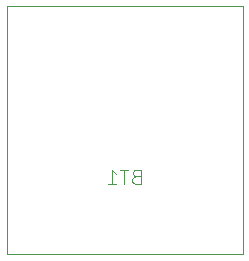
<source format=gbr>
%TF.GenerationSoftware,KiCad,Pcbnew,9.0.6*%
%TF.CreationDate,2025-12-10T19:47:49+00:00*%
%TF.ProjectId,GettingToBlinky5.0,47657474-696e-4675-946f-426c696e6b79,rev?*%
%TF.SameCoordinates,Original*%
%TF.FileFunction,Legend,Bot*%
%TF.FilePolarity,Positive*%
%FSLAX46Y46*%
G04 Gerber Fmt 4.6, Leading zero omitted, Abs format (unit mm)*
G04 Created by KiCad (PCBNEW 9.0.6) date 2025-12-10 19:47:49*
%MOMM*%
%LPD*%
G01*
G04 APERTURE LIST*
%ADD10C,0.100000*%
G04 APERTURE END LIST*
D10*
X146442856Y-97921371D02*
X146271428Y-97978514D01*
X146271428Y-97978514D02*
X146214285Y-98035657D01*
X146214285Y-98035657D02*
X146157142Y-98149942D01*
X146157142Y-98149942D02*
X146157142Y-98321371D01*
X146157142Y-98321371D02*
X146214285Y-98435657D01*
X146214285Y-98435657D02*
X146271428Y-98492800D01*
X146271428Y-98492800D02*
X146385713Y-98549942D01*
X146385713Y-98549942D02*
X146842856Y-98549942D01*
X146842856Y-98549942D02*
X146842856Y-97349942D01*
X146842856Y-97349942D02*
X146442856Y-97349942D01*
X146442856Y-97349942D02*
X146328571Y-97407085D01*
X146328571Y-97407085D02*
X146271428Y-97464228D01*
X146271428Y-97464228D02*
X146214285Y-97578514D01*
X146214285Y-97578514D02*
X146214285Y-97692800D01*
X146214285Y-97692800D02*
X146271428Y-97807085D01*
X146271428Y-97807085D02*
X146328571Y-97864228D01*
X146328571Y-97864228D02*
X146442856Y-97921371D01*
X146442856Y-97921371D02*
X146842856Y-97921371D01*
X145814285Y-97349942D02*
X145128571Y-97349942D01*
X145471428Y-98549942D02*
X145471428Y-97349942D01*
X144099999Y-98549942D02*
X144785713Y-98549942D01*
X144442856Y-98549942D02*
X144442856Y-97349942D01*
X144442856Y-97349942D02*
X144557142Y-97521371D01*
X144557142Y-97521371D02*
X144671427Y-97635657D01*
X144671427Y-97635657D02*
X144785713Y-97692800D01*
%TO.C,BT1*%
X135500000Y-83500000D02*
X135500000Y-104500000D01*
X135500000Y-104500000D02*
X155500000Y-104500000D01*
X155500000Y-83500000D02*
X135500000Y-83500000D01*
X155500000Y-104500000D02*
X155500000Y-83500000D01*
%TD*%
M02*

</source>
